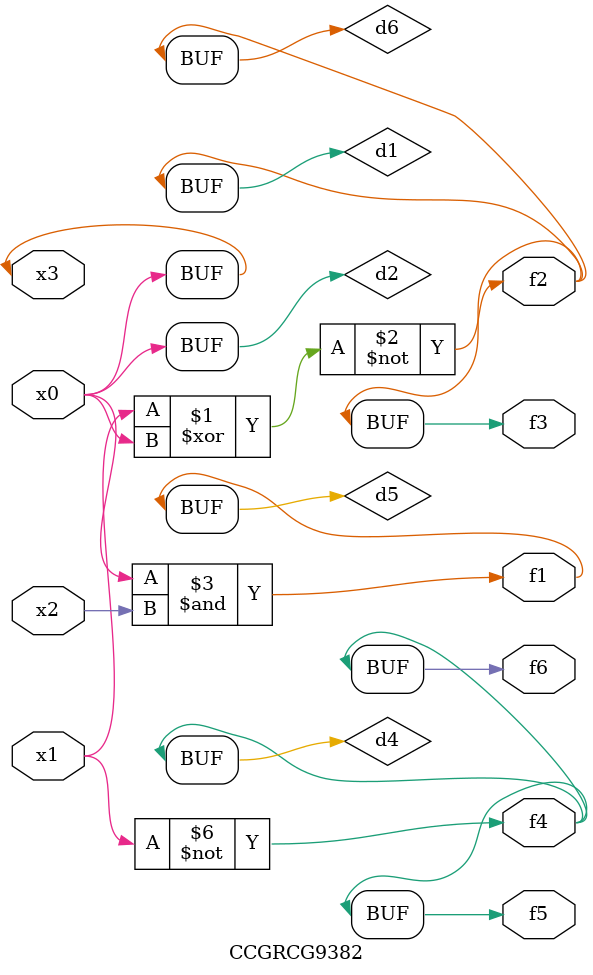
<source format=v>
module CCGRCG9382(
	input x0, x1, x2, x3,
	output f1, f2, f3, f4, f5, f6
);

	wire d1, d2, d3, d4, d5, d6;

	xnor (d1, x1, x3);
	buf (d2, x0, x3);
	nand (d3, x0, x2);
	not (d4, x1);
	nand (d5, d3);
	or (d6, d1);
	assign f1 = d5;
	assign f2 = d6;
	assign f3 = d6;
	assign f4 = d4;
	assign f5 = d4;
	assign f6 = d4;
endmodule

</source>
